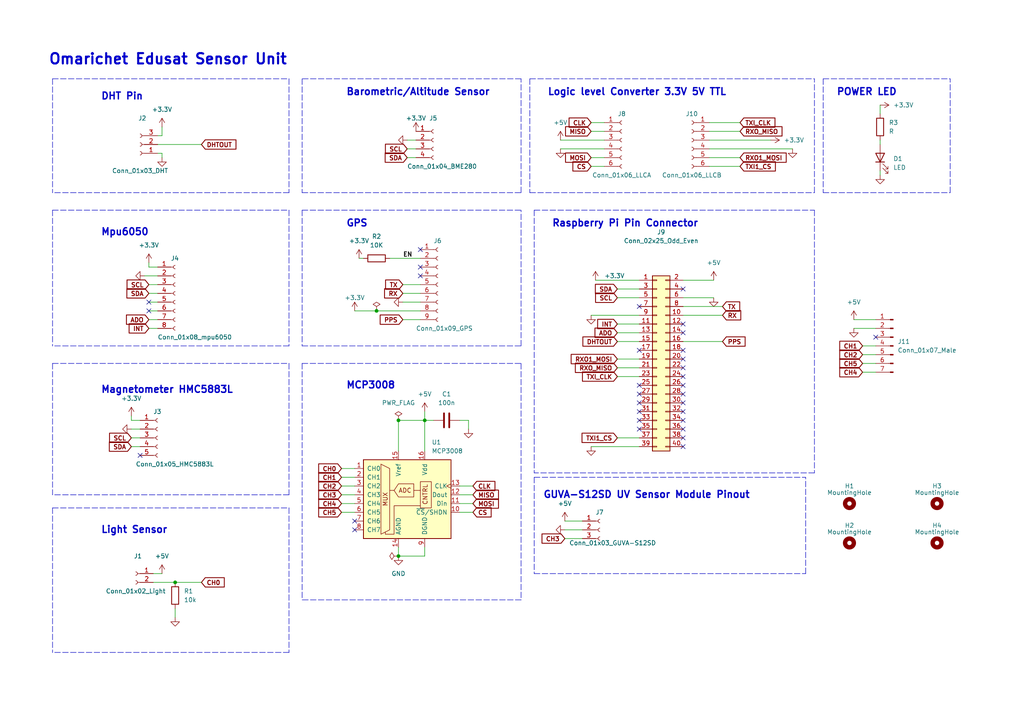
<source format=kicad_sch>
(kicad_sch (version 20211123) (generator eeschema)
  (paper "A4")
  (title_block (title "Edusat Sensor Unit ") (date "2023-01-30") (rev "v1.3") (company "Omarichet.Space") (comment 1 "This design allows for a hands on approach for the learners."))
  (lib_symbols
    (symbol "Analog_ADC:MCP3008" (pin_names (offset 1.016))
      (property "Reference" "U" (at -5.08 13.335 0))
      (property "Value" "MCP3008" (at -5.08 11.43 0))
      (symbol "MCP3008_0_0"
        (text "ADC" (at -0.635 1.27 0) (effects (font (size 1.27 1.27))))
        (text "CNTRL" (at 5.969 -2.921 900) (effects (font (size 1.27 1.27)) (justify left bottom)))
        (text "MUX" (at -6.35 -1.27 900) (effects (font (size 1.27 1.27))))
      )
      (symbol "MCP3008_0_1"
        (polyline (pts (xy -3.81 1.27) (xy -5.08 1.27)))
        (polyline (pts (xy 1.905 1.27) (xy 3.81 1.27)))
        (polyline (pts (xy -7.62 8.89) (xy -7.62 -11.43) (xy -5.08 -10.16) (xy -5.08 7.62) (xy -7.62 8.89)))
        (polyline (pts (xy 3.81 -3.175) (xy -3.81 -3.175) (xy -3.81 -11.43) (xy -6.35 -11.43) (xy -6.35 -10.795)))
        (polyline (pts (xy 1.905 3.175) (xy 1.905 -0.635) (xy -2.54 -0.635) (xy -3.81 1.27) (xy -2.54 3.175) (xy 1.905 3.175)))
        (rectangle (start 3.81 -3.81) (end 6.985 3.81))
        (rectangle (start 12.7 -12.7) (end -12.7 10.16) (stroke (width 0.254)) (fill (type background)))
      )
      (symbol "MCP3008_1_1"
        (pin input line (at -15.24 7.62 0) (length 2.54) (name "CH0") (number "1"))
        (pin input line (at 15.24 -5.08 180) (length 2.54) (name "~{CS}/SHDN") (number "10"))
        (pin input line (at 15.24 -2.54 180) (length 2.54) (name "Din") (number "11"))
        (pin output line (at 15.24 0 180) (length 2.54) (name "Dout") (number "12"))
        (pin input clock (at 15.24 2.54 180) (length 2.54) (name "CLK") (number "13"))
        (pin power_in line (at -2.54 -15.24 90) (length 2.54) (name "AGND") (number "14"))
        (pin power_in line (at -2.54 12.7 270) (length 2.54) (name "Vref") (number "15"))
        (pin power_in line (at 5.08 12.7 270) (length 2.54) (name "Vdd") (number "16"))
        (pin input line (at -15.24 5.08 0) (length 2.54) (name "CH1") (number "2"))
        (pin input line (at -15.24 2.54 0) (length 2.54) (name "CH2") (number "3"))
        (pin input line (at -15.24 0 0) (length 2.54) (name "CH3") (number "4"))
        (pin input line (at -15.24 -2.54 0) (length 2.54) (name "CH4") (number "5"))
        (pin input line (at -15.24 -5.08 0) (length 2.54) (name "CH5") (number "6"))
        (pin input line (at -15.24 -7.62 0) (length 2.54) (name "CH6") (number "7"))
        (pin input line (at -15.24 -10.16 0) (length 2.54) (name "CH7") (number "8"))
        (pin power_in line (at 5.08 -15.24 90) (length 2.54) (name "DGND") (number "9"))
      )
    )
    (symbol "Connector:Conn_01x02_Female" (pin_names (offset 1.016) hide)
      (property "Reference" "J" (at 0 2.54 0))
      (property "Value" "Conn_01x02_Female" (at 0 -5.08 0))
      (symbol "Conn_01x02_Female_1_1"
        (arc (start 0 -2.032) (mid -0.508 -2.54) (end 0 -3.048) (stroke (width 0.1524)))
        (polyline (pts (xy -1.27 -2.54) (xy -0.508 -2.54)) (stroke (width 0.1524)))
        (polyline (pts (xy -1.27 0) (xy -0.508 0)) (stroke (width 0.1524)))
        (arc (start 0 0.508) (mid -0.508 0) (end 0 -0.508) (stroke (width 0.1524)))
        (pin passive line (at -5.08 0 0) (length 3.81) (name "Pin_1") (number "1"))
        (pin passive line (at -5.08 -2.54 0) (length 3.81) (name "Pin_2") (number "2"))
      )
    )
    (symbol "Connector:Conn_01x03_Female" (pin_names (offset 1.016) hide)
      (property "Reference" "J" (at 0 5.08 0))
      (property "Value" "Conn_01x03_Female" (at 0 -5.08 0))
      (symbol "Conn_01x03_Female_1_1"
        (arc (start 0 -2.032) (mid -0.508 -2.54) (end 0 -3.048) (stroke (width 0.1524)))
        (polyline (pts (xy -1.27 -2.54) (xy -0.508 -2.54)) (stroke (width 0.1524)))
        (polyline (pts (xy -1.27 0) (xy -0.508 0)) (stroke (width 0.1524)))
        (polyline (pts (xy -1.27 2.54) (xy -0.508 2.54)) (stroke (width 0.1524)))
        (arc (start 0 0.508) (mid -0.508 0) (end 0 -0.508) (stroke (width 0.1524)))
        (arc (start 0 3.048) (mid -0.508 2.54) (end 0 2.032) (stroke (width 0.1524)))
        (pin passive line (at -5.08 2.54 0) (length 3.81) (name "Pin_1") (number "1"))
        (pin passive line (at -5.08 0 0) (length 3.81) (name "Pin_2") (number "2"))
        (pin passive line (at -5.08 -2.54 0) (length 3.81) (name "Pin_3") (number "3"))
      )
    )
    (symbol "Connector:Conn_01x04_Female" (pin_names (offset 1.016) hide)
      (property "Reference" "J" (at 0 5.08 0))
      (property "Value" "Conn_01x04_Female" (at 0 -7.62 0))
      (symbol "Conn_01x04_Female_1_1"
        (arc (start 0 -4.572) (mid -0.508 -5.08) (end 0 -5.588) (stroke (width 0.1524)))
        (arc (start 0 -2.032) (mid -0.508 -2.54) (end 0 -3.048) (stroke (width 0.1524)))
        (polyline (pts (xy -1.27 -5.08) (xy -0.508 -5.08)) (stroke (width 0.1524)))
        (polyline (pts (xy -1.27 -2.54) (xy -0.508 -2.54)) (stroke (width 0.1524)))
        (polyline (pts (xy -1.27 0) (xy -0.508 0)) (stroke (width 0.1524)))
        (polyline (pts (xy -1.27 2.54) (xy -0.508 2.54)) (stroke (width 0.1524)))
        (arc (start 0 0.508) (mid -0.508 0) (end 0 -0.508) (stroke (width 0.1524)))
        (arc (start 0 3.048) (mid -0.508 2.54) (end 0 2.032) (stroke (width 0.1524)))
        (pin passive line (at -5.08 2.54 0) (length 3.81) (name "Pin_1") (number "1"))
        (pin passive line (at -5.08 0 0) (length 3.81) (name "Pin_2") (number "2"))
        (pin passive line (at -5.08 -2.54 0) (length 3.81) (name "Pin_3") (number "3"))
        (pin passive line (at -5.08 -5.08 0) (length 3.81) (name "Pin_4") (number "4"))
      )
    )
    (symbol "Connector:Conn_01x05_Female" (pin_names (offset 1.016) hide)
      (property "Reference" "J" (at 0 7.62 0))
      (property "Value" "Conn_01x05_Female" (at 0 -7.62 0))
      (symbol "Conn_01x05_Female_1_1"
        (arc (start 0 -4.572) (mid -0.508 -5.08) (end 0 -5.588) (stroke (width 0.1524)))
        (arc (start 0 -2.032) (mid -0.508 -2.54) (end 0 -3.048) (stroke (width 0.1524)))
        (polyline (pts (xy -1.27 -5.08) (xy -0.508 -5.08)) (stroke (width 0.1524)))
        (polyline (pts (xy -1.27 -2.54) (xy -0.508 -2.54)) (stroke (width 0.1524)))
        (polyline (pts (xy -1.27 0) (xy -0.508 0)) (stroke (width 0.1524)))
        (polyline (pts (xy -1.27 2.54) (xy -0.508 2.54)) (stroke (width 0.1524)))
        (polyline (pts (xy -1.27 5.08) (xy -0.508 5.08)) (stroke (width 0.1524)))
        (arc (start 0 0.508) (mid -0.508 0) (end 0 -0.508) (stroke (width 0.1524)))
        (arc (start 0 3.048) (mid -0.508 2.54) (end 0 2.032) (stroke (width 0.1524)))
        (arc (start 0 5.588) (mid -0.508 5.08) (end 0 4.572) (stroke (width 0.1524)))
        (pin passive line (at -5.08 5.08 0) (length 3.81) (name "Pin_1") (number "1"))
        (pin passive line (at -5.08 2.54 0) (length 3.81) (name "Pin_2") (number "2"))
        (pin passive line (at -5.08 0 0) (length 3.81) (name "Pin_3") (number "3"))
        (pin passive line (at -5.08 -2.54 0) (length 3.81) (name "Pin_4") (number "4"))
        (pin passive line (at -5.08 -5.08 0) (length 3.81) (name "Pin_5") (number "5"))
      )
    )
    (symbol "Connector:Conn_01x06_Female" (pin_names (offset 1.016) hide)
      (property "Reference" "J" (at 0 7.62 0))
      (property "Value" "Conn_01x06_Female" (at 0 -10.16 0))
      (symbol "Conn_01x06_Female_1_1"
        (arc (start 0 -7.112) (mid -0.508 -7.62) (end 0 -8.128) (stroke (width 0.1524)))
        (arc (start 0 -4.572) (mid -0.508 -5.08) (end 0 -5.588) (stroke (width 0.1524)))
        (arc (start 0 -2.032) (mid -0.508 -2.54) (end 0 -3.048) (stroke (width 0.1524)))
        (polyline (pts (xy -1.27 -7.62) (xy -0.508 -7.62)) (stroke (width 0.1524)))
        (polyline (pts (xy -1.27 -5.08) (xy -0.508 -5.08)) (stroke (width 0.1524)))
        (polyline (pts (xy -1.27 -2.54) (xy -0.508 -2.54)) (stroke (width 0.1524)))
        (polyline (pts (xy -1.27 0) (xy -0.508 0)) (stroke (width 0.1524)))
        (polyline (pts (xy -1.27 2.54) (xy -0.508 2.54)) (stroke (width 0.1524)))
        (polyline (pts (xy -1.27 5.08) (xy -0.508 5.08)) (stroke (width 0.1524)))
        (arc (start 0 0.508) (mid -0.508 0) (end 0 -0.508) (stroke (width 0.1524)))
        (arc (start 0 3.048) (mid -0.508 2.54) (end 0 2.032) (stroke (width 0.1524)))
        (arc (start 0 5.588) (mid -0.508 5.08) (end 0 4.572) (stroke (width 0.1524)))
        (pin passive line (at -5.08 5.08 0) (length 3.81) (name "Pin_1") (number "1"))
        (pin passive line (at -5.08 2.54 0) (length 3.81) (name "Pin_2") (number "2"))
        (pin passive line (at -5.08 0 0) (length 3.81) (name "Pin_3") (number "3"))
        (pin passive line (at -5.08 -2.54 0) (length 3.81) (name "Pin_4") (number "4"))
        (pin passive line (at -5.08 -5.08 0) (length 3.81) (name "Pin_5") (number "5"))
        (pin passive line (at -5.08 -7.62 0) (length 3.81) (name "Pin_6") (number "6"))
      )
    )
    (symbol "Connector:Conn_01x07_Male" (pin_names (offset 1.016) hide)
      (property "Reference" "J" (at 0 10.16 0))
      (property "Value" "Conn_01x07_Male" (at 0 -10.16 0))
      (symbol "Conn_01x07_Male_1_1"
        (polyline (pts (xy 1.27 -7.62) (xy 0.8636 -7.62)) (stroke (width 0.1524)))
        (polyline (pts (xy 1.27 -5.08) (xy 0.8636 -5.08)) (stroke (width 0.1524)))
        (polyline (pts (xy 1.27 -2.54) (xy 0.8636 -2.54)) (stroke (width 0.1524)))
        (polyline (pts (xy 1.27 0) (xy 0.8636 0)) (stroke (width 0.1524)))
        (polyline (pts (xy 1.27 2.54) (xy 0.8636 2.54)) (stroke (width 0.1524)))
        (polyline (pts (xy 1.27 5.08) (xy 0.8636 5.08)) (stroke (width 0.1524)))
        (polyline (pts (xy 1.27 7.62) (xy 0.8636 7.62)) (stroke (width 0.1524)))
        (rectangle (start 0.8636 -7.493) (end 0 -7.747) (stroke (width 0.1524)) (fill (type outline)))
        (rectangle (start 0.8636 -4.953) (end 0 -5.207) (stroke (width 0.1524)) (fill (type outline)))
        (rectangle (start 0.8636 -2.413) (end 0 -2.667) (stroke (width 0.1524)) (fill (type outline)))
        (rectangle (start 0.8636 0.127) (end 0 -0.127) (stroke (width 0.1524)) (fill (type outline)))
        (rectangle (start 0.8636 2.667) (end 0 2.413) (stroke (width 0.1524)) (fill (type outline)))
        (rectangle (start 0.8636 5.207) (end 0 4.953) (stroke (width 0.1524)) (fill (type outline)))
        (rectangle (start 0.8636 7.747) (end 0 7.493) (stroke (width 0.1524)) (fill (type outline)))
        (pin passive line (at 5.08 7.62 180) (length 3.81) (name "Pin_1") (number "1"))
        (pin passive line (at 5.08 5.08 180) (length 3.81) (name "Pin_2") (number "2"))
        (pin passive line (at 5.08 2.54 180) (length 3.81) (name "Pin_3") (number "3"))
        (pin passive line (at 5.08 0 180) (length 3.81) (name "Pin_4") (number "4"))
        (pin passive line (at 5.08 -2.54 180) (length 3.81) (name "Pin_5") (number "5"))
        (pin passive line (at 5.08 -5.08 180) (length 3.81) (name "Pin_6") (number "6"))
        (pin passive line (at 5.08 -7.62 180) (length 3.81) (name "Pin_7") (number "7"))
      )
    )
    (symbol "Connector:Conn_01x08_Female" (pin_names (offset 1.016) hide)
      (property "Reference" "J" (at 0 10.16 0))
      (property "Value" "Conn_01x08_Female" (at 0 -12.7 0))
      (symbol "Conn_01x08_Female_1_1"
        (arc (start 0 -9.652) (mid -0.508 -10.16) (end 0 -10.668) (stroke (width 0.1524)))
        (arc (start 0 -7.112) (mid -0.508 -7.62) (end 0 -8.128) (stroke (width 0.1524)))
        (arc (start 0 -4.572) (mid -0.508 -5.08) (end 0 -5.588) (stroke (width 0.1524)))
        (arc (start 0 -2.032) (mid -0.508 -2.54) (end 0 -3.048) (stroke (width 0.1524)))
        (polyline (pts (xy -1.27 -10.16) (xy -0.508 -10.16)) (stroke (width 0.1524)))
        (polyline (pts (xy -1.27 -7.62) (xy -0.508 -7.62)) (stroke (width 0.1524)))
        (polyline (pts (xy -1.27 -5.08) (xy -0.508 -5.08)) (stroke (width 0.1524)))
        (polyline (pts (xy -1.27 -2.54) (xy -0.508 -2.54)) (stroke (width 0.1524)))
        (polyline (pts (xy -1.27 0) (xy -0.508 0)) (stroke (width 0.1524)))
        (polyline (pts (xy -1.27 2.54) (xy -0.508 2.54)) (stroke (width 0.1524)))
        (polyline (pts (xy -1.27 5.08) (xy -0.508 5.08)) (stroke (width 0.1524)))
        (polyline (pts (xy -1.27 7.62) (xy -0.508 7.62)) (stroke (width 0.1524)))
        (arc (start 0 0.508) (mid -0.508 0) (end 0 -0.508) (stroke (width 0.1524)))
        (arc (start 0 3.048) (mid -0.508 2.54) (end 0 2.032) (stroke (width 0.1524)))
        (arc (start 0 5.588) (mid -0.508 5.08) (end 0 4.572) (stroke (width 0.1524)))
        (arc (start 0 8.128) (mid -0.508 7.62) (end 0 7.112) (stroke (width 0.1524)))
        (pin passive line (at -5.08 7.62 0) (length 3.81) (name "Pin_1") (number "1"))
        (pin passive line (at -5.08 5.08 0) (length 3.81) (name "Pin_2") (number "2"))
        (pin passive line (at -5.08 2.54 0) (length 3.81) (name "Pin_3") (number "3"))
        (pin passive line (at -5.08 0 0) (length 3.81) (name "Pin_4") (number "4"))
        (pin passive line (at -5.08 -2.54 0) (length 3.81) (name "Pin_5") (number "5"))
        (pin passive line (at -5.08 -5.08 0) (length 3.81) (name "Pin_6") (number "6"))
        (pin passive line (at -5.08 -7.62 0) (length 3.81) (name "Pin_7") (number "7"))
        (pin passive line (at -5.08 -10.16 0) (length 3.81) (name "Pin_8") (number "8"))
      )
    )
    (symbol "Connector:Conn_01x09_Female" (pin_names (offset 1.016) hide)
      (property "Reference" "J" (at 0 12.7 0))
      (property "Value" "Conn_01x09_Female" (at 0 -12.7 0))
      (symbol "Conn_01x09_Female_1_1"
        (arc (start 0 -9.652) (mid -0.508 -10.16) (end 0 -10.668) (stroke (width 0.1524)))
        (arc (start 0 -7.112) (mid -0.508 -7.62) (end 0 -8.128) (stroke (width 0.1524)))
        (arc (start 0 -4.572) (mid -0.508 -5.08) (end 0 -5.588) (stroke (width 0.1524)))
        (arc (start 0 -2.032) (mid -0.508 -2.54) (end 0 -3.048) (stroke (width 0.1524)))
        (polyline (pts (xy -1.27 -10.16) (xy -0.508 -10.16)) (stroke (width 0.1524)))
        (polyline (pts (xy -1.27 -7.62) (xy -0.508 -7.62)) (stroke (width 0.1524)))
        (polyline (pts (xy -1.27 -5.08) (xy -0.508 -5.08)) (stroke (width 0.1524)))
        (polyline (pts (xy -1.27 -2.54) (xy -0.508 -2.54)) (stroke (width 0.1524)))
        (polyline (pts (xy -1.27 0) (xy -0.508 0)) (stroke (width 0.1524)))
        (polyline (pts (xy -1.27 2.54) (xy -0.508 2.54)) (stroke (width 0.1524)))
        (polyline (pts (xy -1.27 5.08) (xy -0.508 5.08)) (stroke (width 0.1524)))
        (polyline (pts (xy -1.27 7.62) (xy -0.508 7.62)) (stroke (width 0.1524)))
        (polyline (pts (xy -1.27 10.16) (xy -0.508 10.16)) (stroke (width 0.1524)))
        (arc (start 0 0.508) (mid -0.508 0) (end 0 -0.508) (stroke (width 0.1524)))
        (arc (start 0 3.048) (mid -0.508 2.54) (end 0 2.032) (stroke (width 0.1524)))
        (arc (start 0 5.588) (mid -0.508 5.08) (end 0 4.572) (stroke (width 0.1524)))
        (arc (start 0 8.128) (mid -0.508 7.62) (end 0 7.112) (stroke (width 0.1524)))
        (arc (start 0 10.668) (mid -0.508 10.16) (end 0 9.652) (stroke (width 0.1524)))
        (pin passive line (at -5.08 10.16 0) (length 3.81) (name "Pin_1") (number "1"))
        (pin passive line (at -5.08 7.62 0) (length 3.81) (name "Pin_2") (number "2"))
        (pin passive line (at -5.08 5.08 0) (length 3.81) (name "Pin_3") (number "3"))
        (pin passive line (at -5.08 2.54 0) (length 3.81) (name "Pin_4") (number "4"))
        (pin passive line (at -5.08 0 0) (length 3.81) (name "Pin_5") (number "5"))
        (pin passive line (at -5.08 -2.54 0) (length 3.81) (name "Pin_6") (number "6"))
        (pin passive line (at -5.08 -5.08 0) (length 3.81) (name "Pin_7") (number "7"))
        (pin passive line (at -5.08 -7.62 0) (length 3.81) (name "Pin_8") (number "8"))
        (pin passive line (at -5.08 -10.16 0) (length 3.81) (name "Pin_9") (number "9"))
      )
    )
    (symbol "Connector_Generic:Conn_02x20_Odd_Even" (pin_names (offset 1.016) hide)
      (property "Reference" "J" (at 1.27 25.4 0))
      (property "Value" "Conn_02x20_Odd_Even" (at 1.27 -27.94 0))
      (symbol "Conn_02x20_Odd_Even_1_1"
        (rectangle (start -1.27 -25.273) (end 0 -25.527) (stroke (width 0.1524)))
        (rectangle (start -1.27 -22.733) (end 0 -22.987) (stroke (width 0.1524)))
        (rectangle (start -1.27 -20.193) (end 0 -20.447) (stroke (width 0.1524)))
        (rectangle (start -1.27 -17.653) (end 0 -17.907) (stroke (width 0.1524)))
        (rectangle (start -1.27 -15.113) (end 0 -15.367) (stroke (width 0.1524)))
        (rectangle (start -1.27 -12.573) (end 0 -12.827) (stroke (width 0.1524)))
        (rectangle (start -1.27 -10.033) (end 0 -10.287) (stroke (width 0.1524)))
        (rectangle (start -1.27 -7.493) (end 0 -7.747) (stroke (width 0.1524)))
        (rectangle (start -1.27 -4.953) (end 0 -5.207) (stroke (width 0.1524)))
        (rectangle (start -1.27 -2.413) (end 0 -2.667) (stroke (width 0.1524)))
        (rectangle (start -1.27 0.127) (end 0 -0.127) (stroke (width 0.1524)))
        (rectangle (start -1.27 2.667) (end 0 2.413) (stroke (width 0.1524)))
        (rectangle (start -1.27 5.207) (end 0 4.953) (stroke (width 0.1524)))
        (rectangle (start -1.27 7.747) (end 0 7.493) (stroke (width 0.1524)))
        (rectangle (start -1.27 10.287) (end 0 10.033) (stroke (width 0.1524)))
        (rectangle (start -1.27 12.827) (end 0 12.573) (stroke (width 0.1524)))
        (rectangle (start -1.27 15.367) (end 0 15.113) (stroke (width 0.1524)))
        (rectangle (start -1.27 17.907) (end 0 17.653) (stroke (width 0.1524)))
        (rectangle (start -1.27 20.447) (end 0 20.193) (stroke (width 0.1524)))
        (rectangle (start -1.27 22.987) (end 0 22.733) (stroke (width 0.1524)))
        (rectangle (start -1.27 24.13) (end 3.81 -26.67) (stroke (width 0.254)) (fill (type background)))
        (rectangle (start 3.81 -25.273) (end 2.54 -25.527) (stroke (width 0.1524)))
        (rectangle (start 3.81 -22.733) (end 2.54 -22.987) (stroke (width 0.1524)))
        (rectangle (start 3.81 -20.193) (end 2.54 -20.447) (stroke (width 0.1524)))
        (rectangle (start 3.81 -17.653) (end 2.54 -17.907) (stroke (width 0.1524)))
        (rectangle (start 3.81 -15.113) (end 2.54 -15.367) (stroke (width 0.1524)))
        (rectangle (start 3.81 -12.573) (end 2.54 -12.827) (stroke (width 0.1524)))
        (rectangle (start 3.81 -10.033) (end 2.54 -10.287) (stroke (width 0.1524)))
        (rectangle (start 3.81 -7.493) (end 2.54 -7.747) (stroke (width 0.1524)))
        (rectangle (start 3.81 -4.953) (end 2.54 -5.207) (stroke (width 0.1524)))
        (rectangle (start 3.81 -2.413) (end 2.54 -2.667) (stroke (width 0.1524)))
        (rectangle (start 3.81 0.127) (end 2.54 -0.127) (stroke (width 0.1524)))
        (rectangle (start 3.81 2.667) (end 2.54 2.413) (stroke (width 0.1524)))
        (rectangle (start 3.81 5.207) (end 2.54 4.953) (stroke (width 0.1524)))
        (rectangle (start 3.81 7.747) (end 2.54 7.493) (stroke (width 0.1524)))
        (rectangle (start 3.81 10.287) (end 2.54 10.033) (stroke (width 0.1524)))
        (rectangle (start 3.81 12.827) (end 2.54 12.573) (stroke (width 0.1524)))
        (rectangle (start 3.81 15.367) (end 2.54 15.113) (stroke (width 0.1524)))
        (rectangle (start 3.81 17.907) (end 2.54 17.653) (stroke (width 0.1524)))
        (rectangle (start 3.81 20.447) (end 2.54 20.193) (stroke (width 0.1524)))
        (rectangle (start 3.81 22.987) (end 2.54 22.733) (stroke (width 0.1524)))
        (pin passive line (at -5.08 22.86 0) (length 3.81) (name "Pin_1") (number "1"))
        (pin passive line (at 7.62 12.7 180) (length 3.81) (name "Pin_10") (number "10"))
        (pin passive line (at -5.08 10.16 0) (length 3.81) (name "Pin_11") (number "11"))
        (pin passive line (at 7.62 10.16 180) (length 3.81) (name "Pin_12") (number "12"))
        (pin passive line (at -5.08 7.62 0) (length 3.81) (name "Pin_13") (number "13"))
        (pin passive line (at 7.62 7.62 180) (length 3.81) (name "Pin_14") (number "14"))
        (pin passive line (at -5.08 5.08 0) (length 3.81) (name "Pin_15") (number "15"))
        (pin passive line (at 7.62 5.08 180) (length 3.81) (name "Pin_16") (number "16"))
        (pin passive line (at -5.08 2.54 0) (length 3.81) (name "Pin_17") (number "17"))
        (pin passive line (at 7.62 2.54 180) (length 3.81) (name "Pin_18") (number "18"))
        (pin passive line (at -5.08 0 0) (length 3.81) (name "Pin_19") (number "19"))
        (pin passive line (at 7.62 22.86 180) (length 3.81) (name "Pin_2") (number "2"))
        (pin passive line (at 7.62 0 180) (length 3.81) (name "Pin_20") (number "20"))
        (pin passive line (at -5.08 -2.54 0) (length 3.81) (name "Pin_21") (number "21"))
        (pin passive line (at 7.62 -2.54 180) (length 3.81) (name "Pin_22") (number "22"))
        (pin passive line (at -5.08 -5.08 0) (length 3.81) (name "Pin_23") (number "23"))
        (pin passive line (at 7.62 -5.08 180) (length 3.81) (name "Pin_24") (number "24"))
        (pin passive line (at -5.08 -7.62 0) (length 3.81) (name "Pin_25") (number "25"))
        (pin passive line (at 7.62 -7.62 180) (length 3.81) (name "Pin_26") (number "26"))
        (pin passive line (at -5.08 -10.16 0) (length 3.81) (name "Pin_27") (number "27"))
        (pin passive line (at 7.62 -10.16 180) (length 3.81) (name "Pin_28") (number "28"))
        (pin passive line (at -5.08 -12.7 0) (length 3.81) (name "Pin_29") (number "29"))
        (pin passive line (at -5.08 20.32 0) (length 3.81) (name "Pin_3") (number "3"))
        (pin passive line (at 7.62 -12.7 180) (length 3.81) (name "Pin_30") (number "30"))
        (pin passive line (at -5.08 -15.24 0) (length 3.81) (name "Pin_31") (number "31"))
        (pin passive line (at 7.62 -15.24 180) (length 3.81) (name "Pin_32") (number "32"))
        (pin passive line (at -5.08 -17.78 0) (length 3.81) (name "Pin_33") (number "33"))
        (pin passive line (at 7.62 -17.78 180) (length 3.81) (name "Pin_34") (number "34"))
        (pin passive line (at -5.08 -20.32 0) (length 3.81) (name "Pin_35") (number "35"))
        (pin passive line (at 7.62 -20.32 180) (length 3.81) (name "Pin_36") (number "36"))
        (pin passive line (at -5.08 -22.86 0) (length 3.81) (name "Pin_37") (number "37"))
        (pin passive line (at 7.62 -22.86 180) (length 3.81) (name "Pin_38") (number "38"))
        (pin passive line (at -5.08 -25.4 0) (length 3.81) (name "Pin_39") (number "39"))
        (pin passive line (at 7.62 20.32 180) (length 3.81) (name "Pin_4") (number "4"))
        (pin passive line (at 7.62 -25.4 180) (length 3.81) (name "Pin_40") (number "40"))
        (pin passive line (at -5.08 17.78 0) (length 3.81) (name "Pin_5") (number "5"))
        (pin passive line (at 7.62 17.78 180) (length 3.81) (name "Pin_6") (number "6"))
        (pin passive line (at -5.08 15.24 0) (length 3.81) (name "Pin_7") (number "7"))
        (pin passive line (at 7.62 15.24 180) (length 3.81) (name "Pin_8") (number "8"))
        (pin passive line (at -5.08 12.7 0) (length 3.81) (name "Pin_9") (number "9"))
      )
    )
    (symbol "Device:C" (pin_numbers hide) (pin_names (offset 0.254))
      (property "Reference" "C" (at 0.635 2.54 0))
      (property "Value" "C" (at 0.635 -2.54 0))
      (symbol "C_0_1"
        (polyline (pts (xy -2.032 -0.762) (xy 2.032 -0.762)) (stroke (width 0.508)))
        (polyline (pts (xy -2.032 0.762) (xy 2.032 0.762)) (stroke (width 0.508)))
      )
      (symbol "C_1_1"
        (pin passive line (at 0 3.81 270) (length 2.794) (name "~") (number "1"))
        (pin passive line (at 0 -3.81 90) (length 2.794) (name "~") (number "2"))
      )
    )
    (symbol "Device:LED" (pin_numbers hide) (pin_names (offset 1.016) hide)
      (property "Reference" "D" (at 0 2.54 0))
      (property "Value" "LED" (at 0 -2.54 0))
      (symbol "LED_0_1"
        (polyline (pts (xy -1.27 -1.27) (xy -1.27 1.27)) (stroke (width 0.254)))
        (polyline (pts (xy -1.27 0) (xy 1.27 0)))
        (polyline (pts (xy 1.27 -1.27) (xy 1.27 1.27) (xy -1.27 0) (xy 1.27 -1.27)) (stroke (width 0.254)))
        (polyline (pts (xy -3.048 -0.762) (xy -4.572 -2.286) (xy -3.81 -2.286) (xy -4.572 -2.286) (xy -4.572 -1.524)))
        (polyline (pts (xy -1.778 -0.762) (xy -3.302 -2.286) (xy -2.54 -2.286) (xy -3.302 -2.286) (xy -3.302 -1.524)))
      )
      (symbol "LED_1_1"
        (pin passive line (at -3.81 0 0) (length 2.54) (name "K") (number "1"))
        (pin passive line (at 3.81 0 180) (length 2.54) (name "A") (number "2"))
      )
    )
    (symbol "Device:R" (pin_numbers hide) (pin_names (offset 0))
      (property "Reference" "R" (at 2.032 0 90))
      (property "Value" "R" (at 0 0 90))
      (symbol "R_0_1"
        (rectangle (start -1.016 -2.54) (end 1.016 2.54) (stroke (width 0.254)))
      )
      (symbol "R_1_1"
        (pin passive line (at 0 3.81 270) (length 1.27) (name "~") (number "1"))
        (pin passive line (at 0 -3.81 90) (length 1.27) (name "~") (number "2"))
      )
    )
    (symbol "Mechanical:MountingHole" (pin_names (offset 1.016))
      (property "Reference" "H" (at 0 5.08 0))
      (property "Value" "MountingHole" (at 0 3.175 0))
      (symbol "MountingHole_0_1"
        (circle (center 0 0) (radius 1.27) (stroke (width 1.27)))
      )
    )
    (symbol "power:+3.3V" (power) (pin_names (offset 0))
      (property "Value" "+3.3V" (at 0 3.556 0))
      (symbol "+3.3V_0_1"
        (polyline (pts (xy -0.762 1.27) (xy 0 2.54)))
        (polyline (pts (xy 0 0) (xy 0 2.54)))
        (polyline (pts (xy 0 2.54) (xy 0.762 1.27)))
      )
      (symbol "+3.3V_1_1"
        (pin power_in line (at 0 0 90) (length 0) hide (name "+3.3V") (number "1"))
      )
    )
    (symbol "power:+5V" (power) (pin_names (offset 0))
      (property "Value" "+5V" (at 0 3.556 0))
      (symbol "+5V_0_1"
        (polyline (pts (xy -0.762 1.27) (xy 0 2.54)))
        (polyline (pts (xy 0 0) (xy 0 2.54)))
        (polyline (pts (xy 0 2.54) (xy 0.762 1.27)))
      )
      (symbol "+5V_1_1"
        (pin power_in line (at 0 0 90) (length 0) hide (name "+5V") (number "1"))
      )
    )
    (symbol "power:GND" (power) (pin_names (offset 0))
      (property "Value" "GND" (at 0 -3.81 0))
      (symbol "GND_0_1"
        (polyline (pts (xy 0 0) (xy 0 -1.27) (xy 1.27 -1.27) (xy 0 -2.54) (xy -1.27 -1.27) (xy 0 -1.27)))
      )
      (symbol "GND_1_1"
        (pin power_in line (at 0 0 270) (length 0) hide (name "GND") (number "1"))
      )
    )
    (symbol "power:PWR_FLAG" (power) (pin_numbers hide) (pin_names (offset 0) hide)
      (property "Value" "PWR_FLAG" (at 0 3.81 0))
      (symbol "PWR_FLAG_0_0"
        (pin power_out line (at 0 0 90) (length 0) (name "pwr") (number "1"))
      )
      (symbol "PWR_FLAG_0_1"
        (polyline (pts (xy 0 0) (xy 0 1.27) (xy -1.016 1.905) (xy 0 2.54) (xy 1.016 1.905) (xy 0 1.27)))
      )
    )
  )
  (junction (at 109.22 90.17))
  (junction (at 115.57 121.92))
  (junction (at 123.19 121.92))
  (junction (at 115.57 161.29))
  (junction (at 50.8 168.91))
  (no_connect (at 254 97.79))
  (no_connect (at 121.92 72.39))
  (no_connect (at 121.92 77.47))
  (no_connect (at 121.92 80.01))
  (no_connect (at 198.12 116.84))
  (no_connect (at 198.12 114.3))
  (no_connect (at 198.12 111.76))
  (no_connect (at 198.12 109.22))
  (no_connect (at 198.12 106.68))
  (no_connect (at 185.42 114.3))
  (no_connect (at 185.42 116.84))
  (no_connect (at 185.42 119.38))
  (no_connect (at 185.42 121.92))
  (no_connect (at 185.42 124.46))
  (no_connect (at 198.12 129.54))
  (no_connect (at 198.12 127))
  (no_connect (at 198.12 124.46))
  (no_connect (at 198.12 121.92))
  (no_connect (at 198.12 119.38))
  (no_connect (at 185.42 101.6))
  (no_connect (at 185.42 111.76))
  (no_connect (at 198.12 104.14))
  (no_connect (at 198.12 101.6))
  (no_connect (at 198.12 96.52))
  (no_connect (at 198.12 93.98))
  (no_connect (at 102.87 153.67))
  (no_connect (at 102.87 151.13))
  (no_connect (at 40.64 132.08))
  (no_connect (at 43.18 90.17))
  (no_connect (at 43.18 87.63))
  (no_connect (at 198.12 83.82))
  (no_connect (at 185.42 88.9))
  (wire (pts (xy 250.19 102.87) (xy 254 102.87)))
  (polyline (pts (xy 83.82 100.33) (xy 15.24 100.33)))
  (wire (pts (xy 133.35 140.97) (xy 137.16 140.97)))
  (wire (pts (xy 99.06 140.97) (xy 102.87 140.97)))
  (wire (pts (xy 38.1 120.65) (xy 38.1 121.92)))
  (polyline (pts (xy 151.13 173.99) (xy 87.63 173.99)))
  (wire (pts (xy 43.18 87.63) (xy 45.72 87.63)))
  (polyline (pts (xy 87.63 100.33) (xy 151.13 100.33)))
  (polyline (pts (xy 153.67 55.88) (xy 236.22 55.88)))
  (wire (pts (xy 43.18 90.17) (xy 45.72 90.17)))
  (wire (pts (xy 250.19 105.41) (xy 254 105.41)))
  (wire (pts (xy 133.35 146.05) (xy 137.16 146.05)))
  (wire (pts (xy 43.18 92.71) (xy 45.72 92.71)))
  (polyline (pts (xy 83.82 147.32) (xy 83.82 189.23)))
  (polyline (pts (xy 238.76 22.86) (xy 275.59 22.86)))
  (wire (pts (xy 250.19 107.95) (xy 254 107.95)))
  (wire (pts (xy 118.11 43.18) (xy 120.65 43.18)))
  (wire (pts (xy 171.45 35.56) (xy 175.26 35.56)))
  (wire (pts (xy 135.89 121.92) (xy 135.89 124.46)))
  (wire (pts (xy 38.1 121.92) (xy 40.64 121.92)))
  (wire (pts (xy 133.35 148.59) (xy 137.16 148.59)))
  (polyline (pts (xy 238.76 55.88) (xy 275.59 55.88)))
  (wire (pts (xy 115.57 161.29) (xy 123.19 161.29)))
  (wire (pts (xy 99.06 143.51) (xy 102.87 143.51)))
  (polyline (pts (xy 87.63 60.96) (xy 151.13 60.96)))
  (polyline (pts (xy 151.13 100.33) (xy 151.13 60.96)))
  (wire (pts (xy 171.45 91.44) (xy 185.42 91.44)))
  (wire (pts (xy 99.06 146.05) (xy 102.87 146.05)))
  (wire (pts (xy 99.06 135.89) (xy 102.87 135.89)))
  (polyline (pts (xy 154.94 60.96) (xy 154.94 137.16)))
  (wire (pts (xy 38.1 127) (xy 40.64 127)))
  (wire (pts (xy 205.74 35.56) (xy 214.63 35.56)))
  (polyline (pts (xy 238.76 22.86) (xy 238.76 55.88)))
  (wire (pts (xy 50.8 168.91) (xy 58.42 168.91)))
  (wire (pts (xy 205.74 38.1) (xy 214.63 38.1)))
  (wire (pts (xy 44.45 168.91) (xy 50.8 168.91)))
  (wire (pts (xy 43.18 82.55) (xy 45.72 82.55)))
  (wire (pts (xy 38.1 129.54) (xy 40.64 129.54)))
  (wire (pts (xy 115.57 158.75) (xy 115.57 161.29)))
  (wire (pts (xy 255.27 49.53) (xy 255.27 50.8)))
  (polyline (pts (xy 233.68 166.37) (xy 233.68 138.43)))
  (wire (pts (xy 198.12 91.44) (xy 209.55 91.44)))
  (wire (pts (xy 133.35 143.51) (xy 137.16 143.51)))
  (wire (pts (xy 179.07 104.14) (xy 185.42 104.14)))
  (polyline (pts (xy 87.63 60.96) (xy 87.63 100.33)))
  (polyline (pts (xy 236.22 137.16) (xy 154.94 137.16)))
  (wire (pts (xy 113.03 74.93) (xy 121.92 74.93)))
  (wire (pts (xy 198.12 81.28) (xy 207.01 81.28)))
  (wire (pts (xy 123.19 161.29) (xy 123.19 158.75)))
  (wire (pts (xy 171.45 129.54) (xy 185.42 129.54)))
  (wire (pts (xy 123.19 121.92) (xy 123.19 130.81)))
  (wire (pts (xy 163.83 151.13) (xy 168.91 151.13)))
  (wire (pts (xy 198.12 86.36) (xy 207.01 86.36)))
  (wire (pts (xy 99.06 138.43) (xy 102.87 138.43)))
  (polyline (pts (xy 151.13 22.86) (xy 87.63 22.86)))
  (polyline (pts (xy 15.24 105.41) (xy 83.82 105.41)))
  (wire (pts (xy 45.72 44.45) (xy 46.99 44.45)))
  (polyline (pts (xy 83.82 60.96) (xy 83.82 100.33)))
  (wire (pts (xy 123.19 119.38) (xy 123.19 121.92)))
  (wire (pts (xy 44.45 166.37) (xy 46.99 166.37)))
  (polyline (pts (xy 154.94 166.37) (xy 233.68 166.37)))
  (polyline (pts (xy 15.24 60.96) (xy 15.24 100.33)))
  (wire (pts (xy 198.12 99.06) (xy 209.55 99.06)))
  (polyline (pts (xy 15.24 22.86) (xy 83.82 22.86)))
  (wire (pts (xy 58.42 41.91) (xy 45.72 41.91)))
  (wire (pts (xy 116.84 82.55) (xy 121.92 82.55)))
  (wire (pts (xy 104.14 74.93) (xy 105.41 74.93)))
  (wire (pts (xy 116.84 87.63) (xy 121.92 87.63)))
  (wire (pts (xy 41.91 80.01) (xy 45.72 80.01)))
  (polyline (pts (xy 87.63 55.88) (xy 151.13 55.88)))
  (wire (pts (xy 179.07 109.22) (xy 185.42 109.22)))
  (polyline (pts (xy 154.94 138.43) (xy 233.68 138.43)))
  (polyline (pts (xy 87.63 105.41) (xy 151.13 105.41)))
  (polyline (pts (xy 236.22 60.96) (xy 236.22 137.16)))
  (wire (pts (xy 205.74 43.18) (xy 229.87 43.18)))
  (wire (pts (xy 102.87 90.17) (xy 109.22 90.17)))
  (wire (pts (xy 172.72 81.28) (xy 185.42 81.28)))
  (wire (pts (xy 163.83 153.67) (xy 168.91 153.67)))
  (wire (pts (xy 43.18 85.09) (xy 45.72 85.09)))
  (wire (pts (xy 255.27 40.64) (xy 255.27 41.91)))
  (wire (pts (xy 205.74 48.26) (xy 214.63 48.26)))
  (polyline (pts (xy 15.24 105.41) (xy 15.24 143.51)))
  (polyline (pts (xy 15.24 22.86) (xy 15.24 55.88)))
  (wire (pts (xy 162.56 43.18) (xy 175.26 43.18)))
  (wire (pts (xy 116.84 92.71) (xy 121.92 92.71)))
  (wire (pts (xy 109.22 90.17) (xy 121.92 90.17)))
  (wire (pts (xy 179.07 106.68) (xy 185.42 106.68)))
  (wire (pts (xy 179.07 127) (xy 185.42 127)))
  (wire (pts (xy 247.65 92.71) (xy 254 92.71)))
  (wire (pts (xy 43.18 95.25) (xy 45.72 95.25)))
  (polyline (pts (xy 236.22 55.88) (xy 236.22 22.86)))
  (wire (pts (xy 162.56 40.64) (xy 175.26 40.64)))
  (wire (pts (xy 205.74 40.64) (xy 223.52 40.64)))
  (wire (pts (xy 118.11 40.64) (xy 120.65 40.64)))
  (wire (pts (xy 255.27 30.48) (xy 255.27 33.02)))
  (wire (pts (xy 179.07 83.82) (xy 185.42 83.82)))
  (polyline (pts (xy 154.94 60.96) (xy 236.22 60.96)))
  (polyline (pts (xy 87.63 105.41) (xy 87.63 173.99)))
  (wire (pts (xy 116.84 85.09) (xy 121.92 85.09)))
  (wire (pts (xy 179.07 96.52) (xy 185.42 96.52)))
  (wire (pts (xy 115.57 130.81) (xy 115.57 121.92)))
  (wire (pts (xy 205.74 45.72) (xy 214.63 45.72)))
  (wire (pts (xy 133.35 121.92) (xy 135.89 121.92)))
  (wire (pts (xy 46.99 39.37) (xy 45.72 39.37)))
  (polyline (pts (xy 15.24 60.96) (xy 83.82 60.96)))
  (polyline (pts (xy 15.24 147.32) (xy 15.24 189.23)))
  (polyline (pts (xy 83.82 105.41) (xy 83.82 143.51)))
  (wire (pts (xy 43.18 76.2) (xy 43.18 77.47)))
  (polyline (pts (xy 83.82 143.51) (xy 15.24 143.51)))
  (wire (pts (xy 163.83 156.21) (xy 168.91 156.21)))
  (polyline (pts (xy 83.82 22.86) (xy 83.82 55.88)))
  (wire (pts (xy 115.57 121.92) (xy 123.19 121.92)))
  (wire (pts (xy 46.99 36.83) (xy 46.99 39.37)))
  (polyline (pts (xy 151.13 55.88) (xy 151.13 22.86)))
  (polyline (pts (xy 87.63 22.86) (xy 87.63 55.88)))
  (wire (pts (xy 118.11 45.72) (xy 120.65 45.72)))
  (wire (pts (xy 43.18 77.47) (xy 45.72 77.47)))
  (polyline (pts (xy 15.24 147.32) (xy 83.82 147.32)))
  (polyline (pts (xy 83.82 55.88) (xy 15.24 55.88)))
  (wire (pts (xy 198.12 88.9) (xy 209.55 88.9)))
  (wire (pts (xy 179.07 86.36) (xy 185.42 86.36)))
  (wire (pts (xy 99.06 148.59) (xy 102.87 148.59)))
  (polyline (pts (xy 154.94 138.43) (xy 154.94 166.37)))
  (wire (pts (xy 50.8 176.53) (xy 50.8 179.07)))
  (wire (pts (xy 171.45 38.1) (xy 175.26 38.1)))
  (polyline (pts (xy 275.59 55.88) (xy 275.59 22.86)))
  (wire (pts (xy 38.1 124.46) (xy 40.64 124.46)))
  (wire (pts (xy 171.45 48.26) (xy 175.26 48.26)))
  (polyline (pts (xy 153.67 22.86) (xy 153.67 55.88)))
  (polyline (pts (xy 153.67 22.86) (xy 236.22 22.86)))
  (wire (pts (xy 123.19 121.92) (xy 125.73 121.92)))
  (wire (pts (xy 247.65 95.25) (xy 254 95.25)))
  (wire (pts (xy 179.07 99.06) (xy 185.42 99.06)))
  (wire (pts (xy 250.19 100.33) (xy 254 100.33)))
  (polyline (pts (xy 83.82 189.23) (xy 15.24 189.23)))
  (polyline (pts (xy 151.13 105.41) (xy 151.13 173.99)))
  (wire (pts (xy 179.07 93.98) (xy 185.42 93.98)))
  (wire (pts (xy 46.99 44.45) (xy 46.99 45.72)))
  (wire (pts (xy 171.45 45.72) (xy 175.26 45.72)))
  (text "Light Sensor" (at 29.21 154.94 0) (effects (font (size 2 2) bold) (justify left bottom)))
  (text "Omarichet Edusat Sensor Unit" (at 13.97 19.05 0) (effects (font (size 3 3) bold) (justify left bottom)))
  (text "GUVA-S12SD UV Sensor Module Pinout" (at 157.48 144.78 0) (effects (font (size 2 2) bold) (justify left bottom)))
  (text "POWER LED" (at 242.57 27.94 0) (effects (font (size 2 2) (thickness 0.4) bold) (justify left bottom)))
  (text "GPS" (at 100.33 66.04 0) (effects (font (size 2 2) bold) (justify left bottom)))
  (text "MCP3008" (at 100.33 113.03 0) (effects (font (size 2 2) bold) (justify left bottom)))
  (text "Barometric/Altitude Sensor" (at 100.33 27.94 0) (effects (font (size 2 2) bold) (justify left bottom)))
  (text "Mpu6050" (at 29.21 68.58 0) (effects (font (size 2 2) bold) (justify left bottom)))
  (text "Raspberry Pi Pin Connector" (at 160.02 66.04 0) (effects (font (size 2 2) bold) (justify left bottom)))
  (text "Logic level Converter 3.3V 5V TTL" (at 158.75 27.94 0) (effects (font (size 2 2) bold) (justify left bottom)))
  (text "Magnetometer HMC5883L" (at 29.21 114.3 0) (effects (font (size 2 2) bold) (justify left bottom)))
  (text "DHT Pin" (at 29.21 29.21 0) (effects (font (size 2 2) bold) (justify left bottom)))
  (label "EN" (at 116.84 74.93 0) (effects (font bold)))
  (global_label "MOSI" (shape input) (at 137.16 146.05 0) (effects (font bold)) (property "Intersheet References" "${INTERSHEET_REFS}" (effects hide)))
  (global_label "TXI1_CS" (shape input) (at 214.63 48.26 0) (effects (font bold)) (property "Intersheet References" "${INTERSHEET_REFS}" (effects hide)))
  (global_label "CH3" (shape input) (at 163.83 156.21 180) (effects (font bold)) (property "Intersheet References" "${INTERSHEET_REFS}" (effects hide)))
  (global_label "CH4" (shape input) (at 250.19 107.95 180) (effects (font bold)) (property "Intersheet References" "${INTERSHEET_REFS}" (effects hide)))
  (global_label "CLK" (shape input) (at 137.16 140.97 0) (effects (font bold)) (property "Intersheet References" "${INTERSHEET_REFS}" (effects hide)))
  (global_label "SCL" (shape input) (at 38.1 127 180) (effects (font bold)) (property "Intersheet References" "${INTERSHEET_REFS}" (effects hide)))
  (global_label "SDA" (shape input) (at 38.1 129.54 180) (effects (font bold)) (property "Intersheet References" "${INTERSHEET_REFS}" (effects hide)))
  (global_label "MISO" (shape input) (at 137.16 143.51 0) (effects (font bold)) (property "Intersheet References" "${INTERSHEET_REFS}" (effects hide)))
  (global_label "CH4" (shape input) (at 99.06 146.05 180) (effects (font bold)) (property "Intersheet References" "${INTERSHEET_REFS}" (effects hide)))
  (global_label "TX" (shape input) (at 209.55 88.9 0) (effects (font bold)) (property "Intersheet References" "${INTERSHEET_REFS}" (effects hide)))
  (global_label "CH1" (shape input) (at 250.19 100.33 180) (effects (font bold)) (property "Intersheet References" "${INTERSHEET_REFS}" (effects hide)))
  (global_label "SDA" (shape input) (at 118.11 45.72 180) (effects (font bold)) (property "Intersheet References" "${INTERSHEET_REFS}" (effects hide)))
  (global_label "MOSI" (shape input) (at 171.45 45.72 180) (effects (font bold)) (property "Intersheet References" "${INTERSHEET_REFS}" (effects hide)))
  (global_label "PPS" (shape input) (at 209.55 99.06 0) (effects (font bold)) (property "Intersheet References" "${INTERSHEET_REFS}" (effects hide)))
  (global_label "MISO" (shape input) (at 171.45 38.1 180) (effects (font bold)) (property "Intersheet References" "${INTERSHEET_REFS}" (effects hide)))
  (global_label "RXO1_MOSI" (shape input) (at 214.63 45.72 0) (effects (font bold)) (property "Intersheet References" "${INTERSHEET_REFS}" (effects hide)))
  (global_label "CS" (shape input) (at 137.16 148.59 0) (effects (font bold)) (property "Intersheet References" "${INTERSHEET_REFS}" (effects hide)))
  (global_label "CS" (shape input) (at 171.45 48.26 180) (effects (font bold)) (property "Intersheet References" "${INTERSHEET_REFS}" (effects hide)))
  (global_label "CH2" (shape input) (at 99.06 140.97 180) (effects (font bold)) (property "Intersheet References" "${INTERSHEET_REFS}" (effects hide)))
  (global_label "PPS" (shape input) (at 116.84 92.71 180) (effects (font bold)) (property "Intersheet References" "${INTERSHEET_REFS}" (effects hide)))
  (global_label "TXI_CLK" (shape input) (at 179.07 109.22 180) (effects (font bold)) (property "Intersheet References" "${INTERSHEET_REFS}" (effects hide)))
  (global_label "RX" (shape input) (at 209.55 91.44 0) (effects (font bold)) (property "Intersheet References" "${INTERSHEET_REFS}" (effects hide)))
  (global_label "CH1" (shape input) (at 99.06 138.43 180) (effects (font bold)) (property "Intersheet References" "${INTERSHEET_REFS}" (effects hide)))
  (global_label "CH3" (shape input) (at 99.06 143.51 180) (effects (font bold)) (property "Intersheet References" "${INTERSHEET_REFS}" (effects hide)))
  (global_label "RXO1_MOSI" (shape input) (at 179.07 104.14 180) (effects (font bold)) (property "Intersheet References" "${INTERSHEET_REFS}" (effects hide)))
  (global_label "CH5" (shape input) (at 250.19 105.41 180) (effects (font bold)) (property "Intersheet References" "${INTERSHEET_REFS}" (effects hide)))
  (global_label "CH0" (shape input) (at 99.06 135.89 180) (effects (font bold)) (property "Intersheet References" "${INTERSHEET_REFS}" (effects hide)))
  (global_label "INT" (shape input) (at 43.18 95.25 180) (effects (font bold)) (property "Intersheet References" "${INTERSHEET_REFS}" (effects hide)))
  (global_label "TX" (shape input) (at 116.84 82.55 180) (effects (font bold)) (property "Intersheet References" "${INTERSHEET_REFS}" (effects hide)))
  (global_label "CH2" (shape input) (at 250.19 102.87 180) (effects (font bold)) (property "Intersheet References" "${INTERSHEET_REFS}" (effects hide)))
  (global_label "DHTOUT" (shape input) (at 58.42 41.91 0) (effects (font bold)) (property "Intersheet References" "${INTERSHEET_REFS}" (effects hide)))
  (global_label "TXI1_CS" (shape input) (at 179.07 127 180) (effects (font bold)) (property "Intersheet References" "${INTERSHEET_REFS}" (effects hide)))
  (global_label "ADO" (shape input) (at 179.07 96.52 180) (effects (font bold)) (property "Intersheet References" "${INTERSHEET_REFS}" (effects hide)))
  (global_label "RX" (shape input) (at 116.84 85.09 180) (effects (font bold)) (property "Intersheet References" "${INTERSHEET_REFS}" (effects hide)))
  (global_label "SCL" (shape input) (at 118.11 43.18 180) (effects (font bold)) (property "Intersheet References" "${INTERSHEET_REFS}" (effects hide)))
  (global_label "RXO_MISO" (shape input) (at 179.07 106.68 180) (effects (font bold)) (property "Intersheet References" "${INTERSHEET_REFS}" (effects hide)))
  (global_label "DHTOUT" (shape input) (at 179.07 99.06 180) (effects (font bold)) (property "Intersheet References" "${INTERSHEET_REFS}" (effects hide)))
  (global_label "SCL" (shape input) (at 43.18 82.55 180) (effects (font bold)) (property "Intersheet References" "${INTERSHEET_REFS}" (effects hide)))
  (global_label "SDA" (shape input) (at 43.18 85.09 180) (effects (font bold)) (property "Intersheet References" "${INTERSHEET_REFS}" (effects hide)))
  (global_label "INT" (shape input) (at 179.07 93.98 180) (effects (font bold)) (property "Intersheet References" "${INTERSHEET_REFS}" (effects hide)))
  (global_label "ADO" (shape input) (at 43.18 92.71 180) (effects (font bold)) (property "Intersheet References" "${INTERSHEET_REFS}" (effects hide)))
  (global_label "CH5" (shape input) (at 99.06 148.59 180) (effects (font bold)) (property "Intersheet References" "${INTERSHEET_REFS}" (effects hide)))
  (global_label "CH0" (shape input) (at 58.42 168.91 0) (effects (font bold)) (property "Intersheet References" "${INTERSHEET_REFS}" (effects hide)))
  (global_label "RXO_MISO" (shape input) (at 214.63 38.1 0) (effects (font bold)) (property "Intersheet References" "${INTERSHEET_REFS}" (effects hide)))
  (global_label "SCL" (shape input) (at 179.07 86.36 180) (effects (font bold)) (property "Intersheet References" "${INTERSHEET_REFS}" (effects hide)))
  (global_label "SDA" (shape input) (at 179.07 83.82 180) (effects (font bold)) (property "Intersheet References" "${INTERSHEET_REFS}" (effects hide)))
  (global_label "CLK" (shape input) (at 171.45 35.56 180) (effects (font bold)) (property "Intersheet References" "${INTERSHEET_REFS}" (effects hide)))
  (global_label "TXI_CLK" (shape input) (at 214.63 35.56 0) (effects (font bold)) (property "Intersheet References" "${INTERSHEET_REFS}" (effects hide)))
  (symbol (lib_id "power:GND") (at 116.84 87.63 270) (mirror x) (unit 1)
    (property "Reference" "#PWR0101" (effects hide))
    (property "Value" "GND" (effects hide))
  )
  (symbol (lib_id "power:PWR_FLAG") (at 109.22 90.17 0) (unit 1)
    (property "Reference" "#FLG0101" (effects hide))
    (property "Value" "PWR_FLAG" (effects hide))
  )
  (symbol (lib_id "Mechanical:MountingHole") (at 271.78 146.05 0) (unit 1)
    (property "Reference" "H3" (at 271.78 140.97 0))
    (property "Value" "MountingHole" (at 271.78 142.875 0))
    (property "Footprint" "MountingHole:MountingHole_3.2mm_M3" (effects hide))
  )
  (symbol (lib_id "Analog_ADC:MCP3008") (at 118.11 143.51 0) (unit 1)
    (property "Reference" "U1" (at 125.2094 128.27 0) (effects (justify left)))
    (property "Value" "MCP3008" (at 125.2094 130.81 0) (effects (justify left)))
    (property "Footprint" "Package_DIP:DIP-16_W7.62mm" (effects hide))
    (property "Datasheet" "http://ww1.microchip.com/downloads/en/DeviceDoc/21295d.pdf" (effects hide))
  )
  (symbol (lib_id "Connector:Conn_01x06_Female") (at 200.66 40.64 0) (mirror y) (unit 1)
    (property "Reference" "J10" (at 200.66 33.02 0))
    (property "Value" "Conn_01x06_LLCB" (at 200.66 50.8 0))
    (property "Footprint" "Connector_PinSocket_2.54mm:PinSocket_1x06_P2.54mm_Vertical" (effects hide))
  )
  (symbol (lib_id "power:PWR_FLAG") (at 115.57 161.29 90) (unit 1)
    (property "Reference" "#FLG0103" (effects hide))
    (property "Value" "PWR_FLAG" (effects hide))
  )
  (symbol (lib_id "Device:R") (at 50.8 172.72 0) (unit 1)
    (property "Reference" "R1" (at 53.34 171.4499 0) (effects (justify left)))
    (property "Value" "10k" (at 53.34 173.9899 0) (effects (justify left)))
    (property "Footprint" "Resistor_THT:R_Axial_DIN0207_L6.3mm_D2.5mm_P10.16mm_Horizontal" (effects hide))
  )
  (symbol (lib_id "Connector:Conn_01x02_Female") (at 39.37 166.37 0) (mirror y) (unit 1)
    (property "Reference" "J1" (at 40.005 161.29 0))
    (property "Value" "Conn_01x02_Light" (at 39.37 171.45 0))
    (property "Footprint" "Connector_PinSocket_2.54mm:PinSocket_1x02_P2.54mm_Vertical" (effects hide))
  )
  (symbol (lib_id "power:GND") (at 163.83 153.67 270) (unit 1)
    (property "Reference" "#PWR0116" (effects hide))
    (property "Value" "GND" (effects hide))
  )
  (symbol (lib_id "power:+3.3V") (at 43.18 76.2 0) (mirror y) (unit 1)
    (property "Reference" "#PWR0108" (effects hide))
    (property "Value" "+3.3V" (at 43.18 71.12 0))
  )
  (symbol (lib_id "power:+5V") (at 162.56 40.64 0) (unit 1)
    (property "Reference" "#PWR0119" (effects hide))
    (property "Value" "+5V" (at 162.56 35.56 0))
  )
  (symbol (lib_id "power:GND") (at 171.45 129.54 0) (unit 1)
    (property "Reference" "#PWR03" (effects hide))
    (property "Value" "GND" (effects hide))
  )
  (symbol (lib_id "Mechanical:MountingHole") (at 246.38 146.05 0) (unit 1)
    (property "Reference" "H1" (at 246.38 140.97 0))
    (property "Value" "MountingHole" (at 246.38 142.875 0))
    (property "Footprint" "MountingHole:MountingHole_3.2mm_M3" (effects hide))
  )
  (symbol (lib_id "power:GND") (at 41.91 80.01 270) (mirror x) (unit 1)
    (property "Reference" "#PWR0109" (effects hide))
    (property "Value" "GND" (effects hide))
  )
  (symbol (lib_id "power:GND") (at 207.01 86.36 0) (unit 1)
    (property "Reference" "#PWR0123" (effects hide))
    (property "Value" "GND" (effects hide))
  )
  (symbol (lib_id "power:GND") (at 115.57 161.29 0) (unit 1)
    (property "Reference" "#PWR0113" (effects hide))
    (property "Value" "GND" (at 115.57 166.37 0))
  )
  (symbol (lib_id "Mechanical:MountingHole") (at 246.38 157.48 0) (unit 1)
    (property "Reference" "H2" (at 246.38 152.4 0))
    (property "Value" "MountingHole" (at 246.38 154.305 0))
    (property "Footprint" "MountingHole:MountingHole_3.2mm_M3" (effects hide))
  )
  (symbol (lib_id "power:GND") (at 46.99 45.72 0) (mirror y) (unit 1)
    (property "Reference" "#PWR0110" (effects hide))
    (property "Value" "GND" (effects hide))
  )
  (symbol (lib_id "Connector:Conn_01x04_Female") (at 125.73 40.64 0) (unit 1)
    (property "Reference" "J5" (at 124.46 34.29 0) (effects (justify left)))
    (property "Value" "Conn_01x04_BME280" (at 118.11 48.26 0) (effects (justify left)))
    (property "Footprint" "Connector_PinSocket_2.54mm:PinSocket_1x04_P2.54mm_Vertical" (effects hide))
  )
  (symbol (lib_id "Connector:Conn_01x06_Female") (at 180.34 40.64 0) (unit 1)
    (property "Reference" "J8" (at 180.34 33.02 0))
    (property "Value" "Conn_01x06_LLCA" (at 180.34 50.8 0))
    (property "Footprint" "Connector_PinSocket_2.54mm:PinSocket_1x06_P2.54mm_Vertical" (effects hide))
  )
  (symbol (lib_id "power:GND") (at 162.56 43.18 0) (unit 1)
    (property "Reference" "#PWR0120" (effects hide))
    (property "Value" "GND" (effects hide))
  )
  (symbol (lib_id "Mechanical:MountingHole") (at 271.78 157.48 0) (unit 1)
    (property "Reference" "H4" (at 271.78 152.4 0))
    (property "Value" "MountingHole" (at 271.78 154.305 0))
    (property "Footprint" "MountingHole:MountingHole_3.2mm_M3" (effects hide))
  )
  (symbol (lib_id "power:GND") (at 118.11 40.64 270) (mirror x) (unit 1)
    (property "Reference" "#PWR0118" (effects hide))
    (property "Value" "GND" (effects hide))
  )
  (symbol (lib_id "power:+3.3V") (at 104.14 74.93 0) (unit 1)
    (property "Reference" "#PWR0103" (effects hide))
    (property "Value" "+3.3V" (at 104.14 69.85 0))
  )
  (symbol (lib_id "power:GND") (at 50.8 179.07 0) (unit 1)
    (property "Reference" "#PWR0107" (effects hide))
    (property "Value" "GND" (effects hide))
  )
  (symbol (lib_id "Connector:Conn_01x03_Female") (at 173.99 153.67 0) (unit 1)
    (property "Reference" "J7" (at 172.72 148.59 0) (effects (justify left)))
    (property "Value" "Conn_01x03_GUVA-S12SD" (at 165.1 157.48 0) (effects (justify left)))
    (property "Footprint" "Connector_PinSocket_2.54mm:PinSocket_1x03_P2.54mm_Vertical" (effects hide))
  )
  (symbol (lib_id "power:GND") (at 171.45 91.44 0) (unit 1)
    (property "Reference" "#PWR0124" (effects hide))
    (property "Value" "GND" (effects hide))
  )
  (symbol (lib_id "Device:R") (at 109.22 74.93 270) (unit 1)
    (property "Reference" "R2" (at 109.22 68.58 90))
    (property "Value" "10K" (at 109.22 71.12 90))
    (property "Footprint" "Resistor_THT:R_Axial_DIN0207_L6.3mm_D2.5mm_P10.16mm_Horizontal" (effects hide))
  )
  (symbol (lib_id "power:+5V") (at 207.01 81.28 0) (unit 1)
    (property "Reference" "#PWR0125" (effects hide))
    (property "Value" "+5V" (at 207.01 76.2 0))
  )
  (symbol (lib_id "power:+5V") (at 123.19 119.38 0) (unit 1)
    (property "Reference" "#PWR0114" (effects hide))
    (property "Value" "+5V" (at 123.19 114.3 0))
  )
  (symbol (lib_id "power:+5V") (at 46.99 166.37 0) (unit 1)
    (property "Reference" "#PWR0105" (effects hide))
    (property "Value" "+5V" (at 46.99 161.29 0))
  )
  (symbol (lib_id "Connector:Conn_01x08_Female") (at 50.8 85.09 0) (unit 1)
    (property "Reference" "J4" (at 49.53 74.93 0) (effects (justify left)))
    (property "Value" "Conn_01x08_mpu6050" (at 45.72 97.79 0) (effects (justify left)))
    (property "Footprint" "Connector_PinSocket_2.54mm:PinSocket_1x08_P2.54mm_Vertical" (effects hide))
  )
  (symbol (lib_id "power:+3.3V") (at 172.72 81.28 0) (unit 1)
    (property "Reference" "#PWR0126" (effects hide))
    (property "Value" "+3.3V" (at 175.26 80.0099 0) (effects (justify left)))
  )
  (symbol (lib_id "power:GND") (at 255.27 50.8 0) (mirror y) (unit 1)
    (property "Reference" "#PWR02" (effects hide))
    (property "Value" "GND" (effects hide))
  )
  (symbol (lib_id "power:PWR_FLAG") (at 115.57 121.92 0) (unit 1)
    (property "Reference" "#FLG0102" (effects hide))
    (property "Value" "PWR_FLAG" (at 115.57 116.84 0))
  )
  (symbol (lib_id "power:GND") (at 229.87 43.18 0) (mirror y) (unit 1)
    (property "Reference" "#PWR0122" (effects hide))
    (property "Value" "GND" (effects hide))
  )
  (symbol (lib_id "Connector:Conn_01x09_Female") (at 127 82.55 0) (unit 1)
    (property "Reference" "J6" (at 125.73 69.85 0) (effects (justify left)))
    (property "Value" "Conn_01x09_GPS" (at 120.65 95.25 0) (effects (justify left)))
    (property "Footprint" "Connector_PinSocket_2.54mm:PinSocket_1x09_P2.54mm_Vertical" (effects hide))
  )
  (symbol (lib_id "power:+3.3V") (at 120.65 38.1 0) (unit 1)
    (property "Reference" "#PWR0117" (effects hide))
    (property "Value" "+3.3V" (at 120.65 34.29 0))
  )
  (symbol (lib_id "power:+5V") (at 163.83 151.13 0) (unit 1)
    (property "Reference" "#PWR0115" (effects hide))
    (property "Value" "+5V" (at 163.83 146.05 0))
  )
  (symbol (lib_id "power:+5V") (at 247.65 92.71 0) (unit 1)
    (property "Reference" "#PWR04" (effects hide))
    (property "Value" "+5V" (at 247.65 87.63 0))
  )
  (symbol (lib_id "power:+3.3V") (at 46.99 36.83 0) (mirror y) (unit 1)
    (property "Reference" "#PWR0111" (effects hide))
    (property "Value" "+3.3V" (at 46.99 31.75 0))
  )
  (symbol (lib_id "Connector:Conn_01x03_Female") (at 40.64 41.91 180) (unit 1)
    (property "Reference" "J2" (at 41.275 34.29 0))
    (property "Value" "Conn_01x03_DHT" (at 40.64 49.53 0))
    (property "Footprint" "Connector_PinSocket_2.54mm:PinSocket_1x03_P2.54mm_Vertical" (effects hide))
  )
  (symbol (lib_id "power:+3.3V") (at 223.52 40.64 270) (unit 1)
    (property "Reference" "#PWR0121" (effects hide))
    (property "Value" "+3.3V" (at 227.33 40.6399 90) (effects (justify left)))
  )
  (symbol (lib_id "Connector:Conn_01x07_Male") (at 259.08 100.33 0) (mirror y) (unit 1)
    (property "Reference" "J11" (at 260.35 99.0599 0) (effects (justify right)))
    (property "Value" "Conn_01x07_Male" (at 260.35 101.5999 0) (effects (justify right)))
  )
  (symbol (lib_id "power:GND") (at 38.1 124.46 270) (mirror x) (unit 1)
    (property "Reference" "#PWR0106" (effects hide))
    (property "Value" "GND" (effects hide))
  )
  (symbol (lib_id "power:+3.3V") (at 102.87 90.17 0) (unit 1)
    (property "Reference" "#PWR0102" (effects hide))
    (property "Value" "+3.3V" (at 102.87 86.36 0))
  )
  (symbol (lib_id "power:GND") (at 247.65 95.25 0) (unit 1)
    (property "Reference" "#PWR05" (effects hide))
    (property "Value" "GND" (effects hide))
  )
  (symbol (lib_id "power:+3.3V") (at 255.27 30.48 270) (unit 1)
    (property "Reference" "#PWR01" (effects hide))
    (property "Value" "+3.3V" (at 259.08 30.4799 90) (effects (justify left)))
  )
  (symbol (lib_id "Connector_Generic:Conn_02x20_Odd_Even") (at 190.5 104.14 0) (unit 1)
    (property "Reference" "J9" (at 191.77 67.31 0))
    (property "Value" "Conn_02x25_Odd_Even" (at 191.77 69.85 0))
    (property "Footprint" "Connector_PinSocket_2.54mm:PinSocket_2x25_P2.54mm_Vertical" (effects hide))
  )
  (symbol (lib_id "Device:LED") (at 255.27 45.72 90) (unit 1)
    (property "Reference" "D1" (at 259.08 46.0374 90) (effects (justify right)))
    (property "Value" "LED" (at 259.08 48.5774 90) (effects (justify right)))
    (property "Footprint" "LED_THT:LED_D3.0mm" (effects hide))
  )
  (symbol (lib_id "power:GND") (at 135.89 124.46 0) (mirror y) (unit 1)
    (property "Reference" "#PWR0112" (effects hide))
    (property "Value" "GND" (effects hide))
  )
  (symbol (lib_id "Device:R") (at 255.27 36.83 0) (unit 1)
    (property "Reference" "R3" (at 257.81 35.5599 0) (effects (justify left)))
    (property "Value" "R" (at 257.81 38.0999 0) (effects (justify left)))
    (property "Footprint" "Resistor_THT:R_Axial_DIN0207_L6.3mm_D2.5mm_P10.16mm_Horizontal" (effects hide))
  )
  (symbol (lib_id "Device:C") (at 129.54 121.92 90) (unit 1)
    (property "Reference" "C1" (at 129.54 114.3 90))
    (property "Value" "100n" (at 129.54 116.84 90))
    (property "Footprint" "Capacitor_THT:C_Radial_D12.5mm_H25.0mm_P5.00mm" (effects hide))
  )
  (symbol (lib_id "power:+3.3V") (at 38.1 120.65 0) (mirror y) (unit 1)
    (property "Reference" "#PWR0104" (effects hide))
    (property "Value" "+3.3V" (at 38.1 115.57 0))
  )
  (symbol (lib_id "Connector:Conn_01x05_Female") (at 45.72 127 0) (unit 1)
    (property "Reference" "J3" (at 44.45 119.38 0) (effects (justify left)))
    (property "Value" "Conn_01x05_HMC5883L" (at 39.37 134.62 0) (effects (justify left)))
    (property "Footprint" "Connector_PinSocket_2.54mm:PinSocket_1x05_P2.54mm_Vertical" (effects hide))
  )
)
</source>
